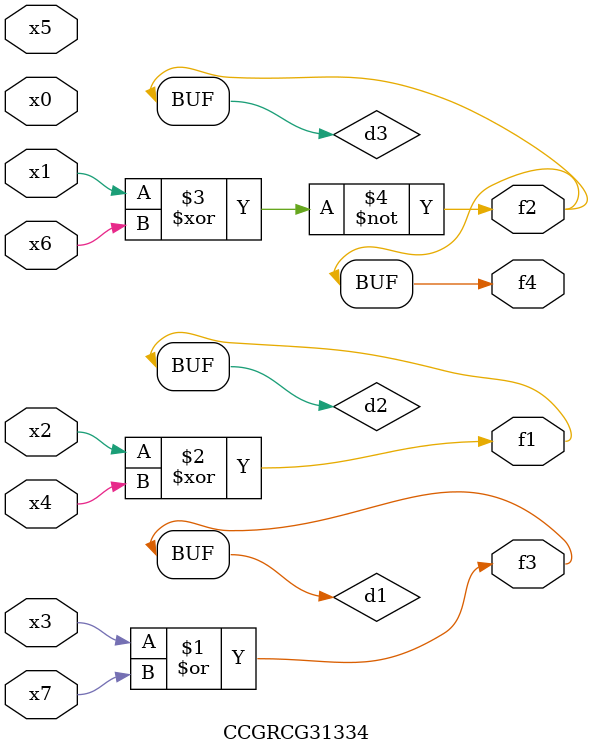
<source format=v>
module CCGRCG31334(
	input x0, x1, x2, x3, x4, x5, x6, x7,
	output f1, f2, f3, f4
);

	wire d1, d2, d3;

	or (d1, x3, x7);
	xor (d2, x2, x4);
	xnor (d3, x1, x6);
	assign f1 = d2;
	assign f2 = d3;
	assign f3 = d1;
	assign f4 = d3;
endmodule

</source>
